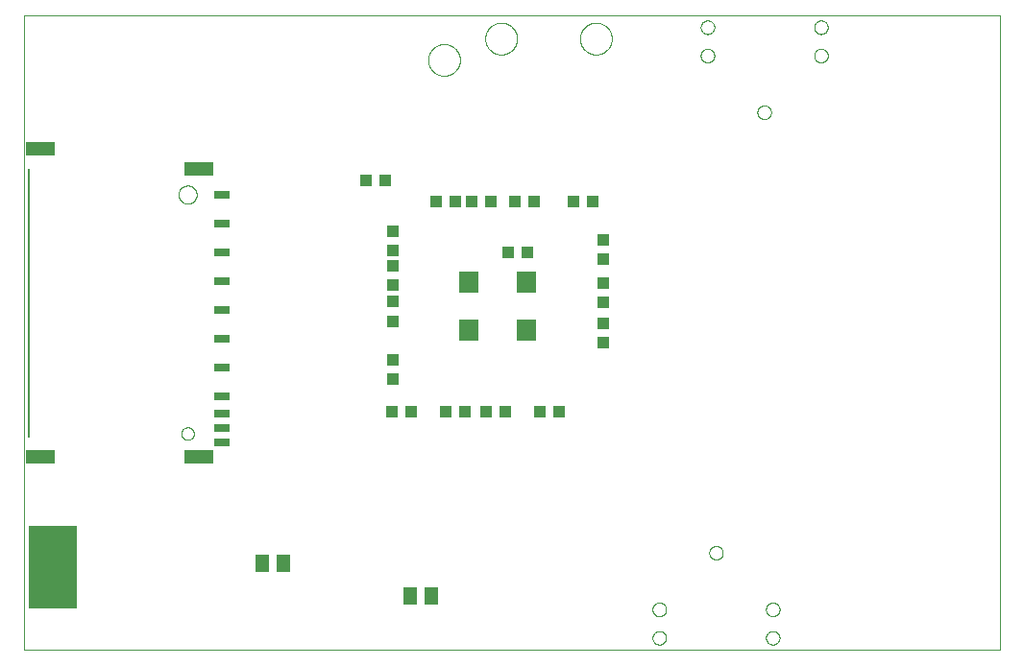
<source format=gbp>
G75*
%MOIN*%
%OFA0B0*%
%FSLAX25Y25*%
%IPPOS*%
%LPD*%
%AMOC8*
5,1,8,0,0,1.08239X$1,22.5*
%
%ADD10C,0.00000*%
%ADD11R,0.04331X0.03937*%
%ADD12R,0.03937X0.04331*%
%ADD13R,0.05118X0.06299*%
%ADD14R,0.07000X0.07800*%
%ADD15R,0.16500X0.29000*%
%ADD16C,0.00500*%
%ADD17R,0.05600X0.02800*%
%ADD18R,0.10000X0.05000*%
D10*
X0004300Y0012866D02*
X0004300Y0233366D01*
X0342800Y0233366D01*
X0342800Y0012866D01*
X0004300Y0012866D01*
X0017300Y0033622D02*
X0017302Y0033681D01*
X0017308Y0033741D01*
X0017318Y0033799D01*
X0017331Y0033857D01*
X0017349Y0033914D01*
X0017370Y0033970D01*
X0017395Y0034024D01*
X0017423Y0034076D01*
X0017455Y0034127D01*
X0017490Y0034175D01*
X0017528Y0034221D01*
X0017569Y0034264D01*
X0017613Y0034304D01*
X0017659Y0034341D01*
X0017708Y0034375D01*
X0017759Y0034406D01*
X0017811Y0034434D01*
X0017866Y0034458D01*
X0017922Y0034478D01*
X0017979Y0034494D01*
X0018037Y0034507D01*
X0018096Y0034516D01*
X0018155Y0034521D01*
X0018215Y0034522D01*
X0018274Y0034519D01*
X0018333Y0034512D01*
X0018392Y0034501D01*
X0018450Y0034487D01*
X0018506Y0034468D01*
X0018562Y0034446D01*
X0018615Y0034421D01*
X0018667Y0034391D01*
X0018717Y0034359D01*
X0018764Y0034323D01*
X0018810Y0034284D01*
X0018852Y0034242D01*
X0018892Y0034198D01*
X0018928Y0034151D01*
X0018961Y0034102D01*
X0018992Y0034050D01*
X0019018Y0033997D01*
X0019041Y0033942D01*
X0019060Y0033886D01*
X0019076Y0033828D01*
X0019088Y0033770D01*
X0019096Y0033711D01*
X0019100Y0033652D01*
X0019100Y0033592D01*
X0019096Y0033533D01*
X0019088Y0033474D01*
X0019076Y0033416D01*
X0019060Y0033358D01*
X0019041Y0033302D01*
X0019018Y0033247D01*
X0018992Y0033194D01*
X0018961Y0033142D01*
X0018928Y0033093D01*
X0018892Y0033046D01*
X0018852Y0033002D01*
X0018810Y0032960D01*
X0018764Y0032921D01*
X0018717Y0032885D01*
X0018667Y0032853D01*
X0018615Y0032823D01*
X0018562Y0032798D01*
X0018506Y0032776D01*
X0018450Y0032757D01*
X0018392Y0032743D01*
X0018333Y0032732D01*
X0018274Y0032725D01*
X0018215Y0032722D01*
X0018155Y0032723D01*
X0018096Y0032728D01*
X0018037Y0032737D01*
X0017979Y0032750D01*
X0017922Y0032766D01*
X0017866Y0032786D01*
X0017811Y0032810D01*
X0017759Y0032838D01*
X0017708Y0032869D01*
X0017659Y0032903D01*
X0017613Y0032940D01*
X0017569Y0032980D01*
X0017528Y0033023D01*
X0017490Y0033069D01*
X0017455Y0033117D01*
X0017423Y0033168D01*
X0017395Y0033220D01*
X0017370Y0033274D01*
X0017349Y0033330D01*
X0017331Y0033387D01*
X0017318Y0033445D01*
X0017308Y0033503D01*
X0017302Y0033563D01*
X0017300Y0033622D01*
X0017300Y0049422D02*
X0017302Y0049481D01*
X0017308Y0049541D01*
X0017318Y0049599D01*
X0017331Y0049657D01*
X0017349Y0049714D01*
X0017370Y0049770D01*
X0017395Y0049824D01*
X0017423Y0049876D01*
X0017455Y0049927D01*
X0017490Y0049975D01*
X0017528Y0050021D01*
X0017569Y0050064D01*
X0017613Y0050104D01*
X0017659Y0050141D01*
X0017708Y0050175D01*
X0017759Y0050206D01*
X0017811Y0050234D01*
X0017866Y0050258D01*
X0017922Y0050278D01*
X0017979Y0050294D01*
X0018037Y0050307D01*
X0018096Y0050316D01*
X0018155Y0050321D01*
X0018215Y0050322D01*
X0018274Y0050319D01*
X0018333Y0050312D01*
X0018392Y0050301D01*
X0018450Y0050287D01*
X0018506Y0050268D01*
X0018562Y0050246D01*
X0018615Y0050221D01*
X0018667Y0050191D01*
X0018717Y0050159D01*
X0018764Y0050123D01*
X0018810Y0050084D01*
X0018852Y0050042D01*
X0018892Y0049998D01*
X0018928Y0049951D01*
X0018961Y0049902D01*
X0018992Y0049850D01*
X0019018Y0049797D01*
X0019041Y0049742D01*
X0019060Y0049686D01*
X0019076Y0049628D01*
X0019088Y0049570D01*
X0019096Y0049511D01*
X0019100Y0049452D01*
X0019100Y0049392D01*
X0019096Y0049333D01*
X0019088Y0049274D01*
X0019076Y0049216D01*
X0019060Y0049158D01*
X0019041Y0049102D01*
X0019018Y0049047D01*
X0018992Y0048994D01*
X0018961Y0048942D01*
X0018928Y0048893D01*
X0018892Y0048846D01*
X0018852Y0048802D01*
X0018810Y0048760D01*
X0018764Y0048721D01*
X0018717Y0048685D01*
X0018667Y0048653D01*
X0018615Y0048623D01*
X0018562Y0048598D01*
X0018506Y0048576D01*
X0018450Y0048557D01*
X0018392Y0048543D01*
X0018333Y0048532D01*
X0018274Y0048525D01*
X0018215Y0048522D01*
X0018155Y0048523D01*
X0018096Y0048528D01*
X0018037Y0048537D01*
X0017979Y0048550D01*
X0017922Y0048566D01*
X0017866Y0048586D01*
X0017811Y0048610D01*
X0017759Y0048638D01*
X0017708Y0048669D01*
X0017659Y0048703D01*
X0017613Y0048740D01*
X0017569Y0048780D01*
X0017528Y0048823D01*
X0017490Y0048869D01*
X0017455Y0048917D01*
X0017423Y0048968D01*
X0017395Y0049020D01*
X0017370Y0049074D01*
X0017349Y0049130D01*
X0017331Y0049187D01*
X0017318Y0049245D01*
X0017308Y0049303D01*
X0017302Y0049363D01*
X0017300Y0049422D01*
X0058760Y0088084D02*
X0058762Y0088177D01*
X0058768Y0088269D01*
X0058778Y0088361D01*
X0058792Y0088452D01*
X0058809Y0088543D01*
X0058831Y0088633D01*
X0058856Y0088722D01*
X0058885Y0088810D01*
X0058918Y0088896D01*
X0058955Y0088981D01*
X0058995Y0089065D01*
X0059039Y0089146D01*
X0059086Y0089226D01*
X0059136Y0089304D01*
X0059190Y0089379D01*
X0059247Y0089452D01*
X0059307Y0089522D01*
X0059370Y0089590D01*
X0059436Y0089655D01*
X0059504Y0089717D01*
X0059575Y0089777D01*
X0059649Y0089833D01*
X0059725Y0089886D01*
X0059803Y0089935D01*
X0059883Y0089982D01*
X0059965Y0090024D01*
X0060049Y0090064D01*
X0060134Y0090099D01*
X0060221Y0090131D01*
X0060309Y0090160D01*
X0060398Y0090184D01*
X0060488Y0090205D01*
X0060579Y0090221D01*
X0060671Y0090234D01*
X0060763Y0090243D01*
X0060856Y0090248D01*
X0060948Y0090249D01*
X0061041Y0090246D01*
X0061133Y0090239D01*
X0061225Y0090228D01*
X0061316Y0090213D01*
X0061407Y0090195D01*
X0061497Y0090172D01*
X0061585Y0090146D01*
X0061673Y0090116D01*
X0061759Y0090082D01*
X0061843Y0090045D01*
X0061926Y0090003D01*
X0062007Y0089959D01*
X0062087Y0089911D01*
X0062164Y0089860D01*
X0062238Y0089805D01*
X0062311Y0089747D01*
X0062381Y0089687D01*
X0062448Y0089623D01*
X0062512Y0089557D01*
X0062574Y0089487D01*
X0062632Y0089416D01*
X0062687Y0089342D01*
X0062739Y0089265D01*
X0062788Y0089186D01*
X0062834Y0089106D01*
X0062876Y0089023D01*
X0062914Y0088939D01*
X0062949Y0088853D01*
X0062980Y0088766D01*
X0063007Y0088678D01*
X0063030Y0088588D01*
X0063050Y0088498D01*
X0063066Y0088407D01*
X0063078Y0088315D01*
X0063086Y0088223D01*
X0063090Y0088130D01*
X0063090Y0088038D01*
X0063086Y0087945D01*
X0063078Y0087853D01*
X0063066Y0087761D01*
X0063050Y0087670D01*
X0063030Y0087580D01*
X0063007Y0087490D01*
X0062980Y0087402D01*
X0062949Y0087315D01*
X0062914Y0087229D01*
X0062876Y0087145D01*
X0062834Y0087062D01*
X0062788Y0086982D01*
X0062739Y0086903D01*
X0062687Y0086826D01*
X0062632Y0086752D01*
X0062574Y0086681D01*
X0062512Y0086611D01*
X0062448Y0086545D01*
X0062381Y0086481D01*
X0062311Y0086421D01*
X0062238Y0086363D01*
X0062164Y0086308D01*
X0062087Y0086257D01*
X0062008Y0086209D01*
X0061926Y0086165D01*
X0061843Y0086123D01*
X0061759Y0086086D01*
X0061673Y0086052D01*
X0061585Y0086022D01*
X0061497Y0085996D01*
X0061407Y0085973D01*
X0061316Y0085955D01*
X0061225Y0085940D01*
X0061133Y0085929D01*
X0061041Y0085922D01*
X0060948Y0085919D01*
X0060856Y0085920D01*
X0060763Y0085925D01*
X0060671Y0085934D01*
X0060579Y0085947D01*
X0060488Y0085963D01*
X0060398Y0085984D01*
X0060309Y0086008D01*
X0060221Y0086037D01*
X0060134Y0086069D01*
X0060049Y0086104D01*
X0059965Y0086144D01*
X0059883Y0086186D01*
X0059803Y0086233D01*
X0059725Y0086282D01*
X0059649Y0086335D01*
X0059575Y0086391D01*
X0059504Y0086451D01*
X0059436Y0086513D01*
X0059370Y0086578D01*
X0059307Y0086646D01*
X0059247Y0086716D01*
X0059190Y0086789D01*
X0059136Y0086864D01*
X0059086Y0086942D01*
X0059039Y0087022D01*
X0058995Y0087103D01*
X0058955Y0087187D01*
X0058918Y0087272D01*
X0058885Y0087358D01*
X0058856Y0087446D01*
X0058831Y0087535D01*
X0058809Y0087625D01*
X0058792Y0087716D01*
X0058778Y0087807D01*
X0058768Y0087899D01*
X0058762Y0087991D01*
X0058760Y0088084D01*
X0057775Y0171084D02*
X0057777Y0171196D01*
X0057783Y0171307D01*
X0057793Y0171419D01*
X0057807Y0171530D01*
X0057824Y0171640D01*
X0057846Y0171750D01*
X0057872Y0171859D01*
X0057901Y0171967D01*
X0057934Y0172073D01*
X0057971Y0172179D01*
X0058012Y0172283D01*
X0058057Y0172386D01*
X0058105Y0172487D01*
X0058156Y0172586D01*
X0058211Y0172683D01*
X0058270Y0172778D01*
X0058331Y0172872D01*
X0058396Y0172963D01*
X0058465Y0173051D01*
X0058536Y0173137D01*
X0058610Y0173221D01*
X0058688Y0173301D01*
X0058768Y0173379D01*
X0058851Y0173455D01*
X0058936Y0173527D01*
X0059024Y0173596D01*
X0059114Y0173662D01*
X0059207Y0173724D01*
X0059302Y0173784D01*
X0059399Y0173840D01*
X0059497Y0173892D01*
X0059598Y0173941D01*
X0059700Y0173986D01*
X0059804Y0174028D01*
X0059909Y0174066D01*
X0060016Y0174100D01*
X0060123Y0174130D01*
X0060232Y0174157D01*
X0060341Y0174179D01*
X0060452Y0174198D01*
X0060562Y0174213D01*
X0060674Y0174224D01*
X0060785Y0174231D01*
X0060897Y0174234D01*
X0061009Y0174233D01*
X0061121Y0174228D01*
X0061232Y0174219D01*
X0061343Y0174206D01*
X0061454Y0174189D01*
X0061564Y0174169D01*
X0061673Y0174144D01*
X0061781Y0174116D01*
X0061888Y0174083D01*
X0061994Y0174047D01*
X0062098Y0174007D01*
X0062201Y0173964D01*
X0062303Y0173917D01*
X0062402Y0173866D01*
X0062500Y0173812D01*
X0062596Y0173754D01*
X0062690Y0173693D01*
X0062781Y0173629D01*
X0062870Y0173562D01*
X0062957Y0173491D01*
X0063041Y0173417D01*
X0063123Y0173341D01*
X0063201Y0173261D01*
X0063277Y0173179D01*
X0063350Y0173094D01*
X0063420Y0173007D01*
X0063486Y0172917D01*
X0063550Y0172825D01*
X0063610Y0172731D01*
X0063667Y0172635D01*
X0063720Y0172536D01*
X0063770Y0172436D01*
X0063816Y0172335D01*
X0063859Y0172231D01*
X0063898Y0172126D01*
X0063933Y0172020D01*
X0063964Y0171913D01*
X0063992Y0171804D01*
X0064015Y0171695D01*
X0064035Y0171585D01*
X0064051Y0171474D01*
X0064063Y0171363D01*
X0064071Y0171252D01*
X0064075Y0171140D01*
X0064075Y0171028D01*
X0064071Y0170916D01*
X0064063Y0170805D01*
X0064051Y0170694D01*
X0064035Y0170583D01*
X0064015Y0170473D01*
X0063992Y0170364D01*
X0063964Y0170255D01*
X0063933Y0170148D01*
X0063898Y0170042D01*
X0063859Y0169937D01*
X0063816Y0169833D01*
X0063770Y0169732D01*
X0063720Y0169632D01*
X0063667Y0169533D01*
X0063610Y0169437D01*
X0063550Y0169343D01*
X0063486Y0169251D01*
X0063420Y0169161D01*
X0063350Y0169074D01*
X0063277Y0168989D01*
X0063201Y0168907D01*
X0063123Y0168827D01*
X0063041Y0168751D01*
X0062957Y0168677D01*
X0062870Y0168606D01*
X0062781Y0168539D01*
X0062690Y0168475D01*
X0062596Y0168414D01*
X0062500Y0168356D01*
X0062402Y0168302D01*
X0062303Y0168251D01*
X0062201Y0168204D01*
X0062098Y0168161D01*
X0061994Y0168121D01*
X0061888Y0168085D01*
X0061781Y0168052D01*
X0061673Y0168024D01*
X0061564Y0167999D01*
X0061454Y0167979D01*
X0061343Y0167962D01*
X0061232Y0167949D01*
X0061121Y0167940D01*
X0061009Y0167935D01*
X0060897Y0167934D01*
X0060785Y0167937D01*
X0060674Y0167944D01*
X0060562Y0167955D01*
X0060452Y0167970D01*
X0060341Y0167989D01*
X0060232Y0168011D01*
X0060123Y0168038D01*
X0060016Y0168068D01*
X0059909Y0168102D01*
X0059804Y0168140D01*
X0059700Y0168182D01*
X0059598Y0168227D01*
X0059497Y0168276D01*
X0059399Y0168328D01*
X0059302Y0168384D01*
X0059207Y0168444D01*
X0059114Y0168506D01*
X0059024Y0168572D01*
X0058936Y0168641D01*
X0058851Y0168713D01*
X0058768Y0168789D01*
X0058688Y0168867D01*
X0058610Y0168947D01*
X0058536Y0169031D01*
X0058465Y0169117D01*
X0058396Y0169205D01*
X0058331Y0169296D01*
X0058270Y0169390D01*
X0058211Y0169485D01*
X0058156Y0169582D01*
X0058105Y0169681D01*
X0058057Y0169782D01*
X0058012Y0169885D01*
X0057971Y0169989D01*
X0057934Y0170095D01*
X0057901Y0170201D01*
X0057872Y0170309D01*
X0057846Y0170418D01*
X0057824Y0170528D01*
X0057807Y0170638D01*
X0057793Y0170749D01*
X0057783Y0170861D01*
X0057777Y0170972D01*
X0057775Y0171084D01*
X0144413Y0217866D02*
X0144415Y0218014D01*
X0144421Y0218162D01*
X0144431Y0218310D01*
X0144445Y0218457D01*
X0144463Y0218604D01*
X0144484Y0218750D01*
X0144510Y0218896D01*
X0144540Y0219041D01*
X0144573Y0219185D01*
X0144611Y0219328D01*
X0144652Y0219470D01*
X0144697Y0219611D01*
X0144745Y0219751D01*
X0144798Y0219890D01*
X0144854Y0220027D01*
X0144914Y0220162D01*
X0144977Y0220296D01*
X0145044Y0220428D01*
X0145115Y0220558D01*
X0145189Y0220686D01*
X0145266Y0220812D01*
X0145347Y0220936D01*
X0145431Y0221058D01*
X0145518Y0221177D01*
X0145609Y0221294D01*
X0145703Y0221409D01*
X0145799Y0221521D01*
X0145899Y0221631D01*
X0146001Y0221737D01*
X0146107Y0221841D01*
X0146215Y0221942D01*
X0146326Y0222040D01*
X0146439Y0222136D01*
X0146555Y0222228D01*
X0146673Y0222317D01*
X0146794Y0222402D01*
X0146917Y0222485D01*
X0147042Y0222564D01*
X0147169Y0222640D01*
X0147298Y0222712D01*
X0147429Y0222781D01*
X0147562Y0222846D01*
X0147697Y0222907D01*
X0147833Y0222965D01*
X0147970Y0223020D01*
X0148109Y0223070D01*
X0148250Y0223117D01*
X0148391Y0223160D01*
X0148534Y0223200D01*
X0148678Y0223235D01*
X0148822Y0223267D01*
X0148968Y0223294D01*
X0149114Y0223318D01*
X0149261Y0223338D01*
X0149408Y0223354D01*
X0149555Y0223366D01*
X0149703Y0223374D01*
X0149851Y0223378D01*
X0149999Y0223378D01*
X0150147Y0223374D01*
X0150295Y0223366D01*
X0150442Y0223354D01*
X0150589Y0223338D01*
X0150736Y0223318D01*
X0150882Y0223294D01*
X0151028Y0223267D01*
X0151172Y0223235D01*
X0151316Y0223200D01*
X0151459Y0223160D01*
X0151600Y0223117D01*
X0151741Y0223070D01*
X0151880Y0223020D01*
X0152017Y0222965D01*
X0152153Y0222907D01*
X0152288Y0222846D01*
X0152421Y0222781D01*
X0152552Y0222712D01*
X0152681Y0222640D01*
X0152808Y0222564D01*
X0152933Y0222485D01*
X0153056Y0222402D01*
X0153177Y0222317D01*
X0153295Y0222228D01*
X0153411Y0222136D01*
X0153524Y0222040D01*
X0153635Y0221942D01*
X0153743Y0221841D01*
X0153849Y0221737D01*
X0153951Y0221631D01*
X0154051Y0221521D01*
X0154147Y0221409D01*
X0154241Y0221294D01*
X0154332Y0221177D01*
X0154419Y0221058D01*
X0154503Y0220936D01*
X0154584Y0220812D01*
X0154661Y0220686D01*
X0154735Y0220558D01*
X0154806Y0220428D01*
X0154873Y0220296D01*
X0154936Y0220162D01*
X0154996Y0220027D01*
X0155052Y0219890D01*
X0155105Y0219751D01*
X0155153Y0219611D01*
X0155198Y0219470D01*
X0155239Y0219328D01*
X0155277Y0219185D01*
X0155310Y0219041D01*
X0155340Y0218896D01*
X0155366Y0218750D01*
X0155387Y0218604D01*
X0155405Y0218457D01*
X0155419Y0218310D01*
X0155429Y0218162D01*
X0155435Y0218014D01*
X0155437Y0217866D01*
X0155435Y0217718D01*
X0155429Y0217570D01*
X0155419Y0217422D01*
X0155405Y0217275D01*
X0155387Y0217128D01*
X0155366Y0216982D01*
X0155340Y0216836D01*
X0155310Y0216691D01*
X0155277Y0216547D01*
X0155239Y0216404D01*
X0155198Y0216262D01*
X0155153Y0216121D01*
X0155105Y0215981D01*
X0155052Y0215842D01*
X0154996Y0215705D01*
X0154936Y0215570D01*
X0154873Y0215436D01*
X0154806Y0215304D01*
X0154735Y0215174D01*
X0154661Y0215046D01*
X0154584Y0214920D01*
X0154503Y0214796D01*
X0154419Y0214674D01*
X0154332Y0214555D01*
X0154241Y0214438D01*
X0154147Y0214323D01*
X0154051Y0214211D01*
X0153951Y0214101D01*
X0153849Y0213995D01*
X0153743Y0213891D01*
X0153635Y0213790D01*
X0153524Y0213692D01*
X0153411Y0213596D01*
X0153295Y0213504D01*
X0153177Y0213415D01*
X0153056Y0213330D01*
X0152933Y0213247D01*
X0152808Y0213168D01*
X0152681Y0213092D01*
X0152552Y0213020D01*
X0152421Y0212951D01*
X0152288Y0212886D01*
X0152153Y0212825D01*
X0152017Y0212767D01*
X0151880Y0212712D01*
X0151741Y0212662D01*
X0151600Y0212615D01*
X0151459Y0212572D01*
X0151316Y0212532D01*
X0151172Y0212497D01*
X0151028Y0212465D01*
X0150882Y0212438D01*
X0150736Y0212414D01*
X0150589Y0212394D01*
X0150442Y0212378D01*
X0150295Y0212366D01*
X0150147Y0212358D01*
X0149999Y0212354D01*
X0149851Y0212354D01*
X0149703Y0212358D01*
X0149555Y0212366D01*
X0149408Y0212378D01*
X0149261Y0212394D01*
X0149114Y0212414D01*
X0148968Y0212438D01*
X0148822Y0212465D01*
X0148678Y0212497D01*
X0148534Y0212532D01*
X0148391Y0212572D01*
X0148250Y0212615D01*
X0148109Y0212662D01*
X0147970Y0212712D01*
X0147833Y0212767D01*
X0147697Y0212825D01*
X0147562Y0212886D01*
X0147429Y0212951D01*
X0147298Y0213020D01*
X0147169Y0213092D01*
X0147042Y0213168D01*
X0146917Y0213247D01*
X0146794Y0213330D01*
X0146673Y0213415D01*
X0146555Y0213504D01*
X0146439Y0213596D01*
X0146326Y0213692D01*
X0146215Y0213790D01*
X0146107Y0213891D01*
X0146001Y0213995D01*
X0145899Y0214101D01*
X0145799Y0214211D01*
X0145703Y0214323D01*
X0145609Y0214438D01*
X0145518Y0214555D01*
X0145431Y0214674D01*
X0145347Y0214796D01*
X0145266Y0214920D01*
X0145189Y0215046D01*
X0145115Y0215174D01*
X0145044Y0215304D01*
X0144977Y0215436D01*
X0144914Y0215570D01*
X0144854Y0215705D01*
X0144798Y0215842D01*
X0144745Y0215981D01*
X0144697Y0216121D01*
X0144652Y0216262D01*
X0144611Y0216404D01*
X0144573Y0216547D01*
X0144540Y0216691D01*
X0144510Y0216836D01*
X0144484Y0216982D01*
X0144463Y0217128D01*
X0144445Y0217275D01*
X0144431Y0217422D01*
X0144421Y0217570D01*
X0144415Y0217718D01*
X0144413Y0217866D01*
X0164226Y0225267D02*
X0164228Y0225415D01*
X0164234Y0225563D01*
X0164244Y0225711D01*
X0164258Y0225858D01*
X0164276Y0226005D01*
X0164297Y0226151D01*
X0164323Y0226297D01*
X0164353Y0226442D01*
X0164386Y0226586D01*
X0164424Y0226729D01*
X0164465Y0226871D01*
X0164510Y0227012D01*
X0164558Y0227152D01*
X0164611Y0227291D01*
X0164667Y0227428D01*
X0164727Y0227563D01*
X0164790Y0227697D01*
X0164857Y0227829D01*
X0164928Y0227959D01*
X0165002Y0228087D01*
X0165079Y0228213D01*
X0165160Y0228337D01*
X0165244Y0228459D01*
X0165331Y0228578D01*
X0165422Y0228695D01*
X0165516Y0228810D01*
X0165612Y0228922D01*
X0165712Y0229032D01*
X0165814Y0229138D01*
X0165920Y0229242D01*
X0166028Y0229343D01*
X0166139Y0229441D01*
X0166252Y0229537D01*
X0166368Y0229629D01*
X0166486Y0229718D01*
X0166607Y0229803D01*
X0166730Y0229886D01*
X0166855Y0229965D01*
X0166982Y0230041D01*
X0167111Y0230113D01*
X0167242Y0230182D01*
X0167375Y0230247D01*
X0167510Y0230308D01*
X0167646Y0230366D01*
X0167783Y0230421D01*
X0167922Y0230471D01*
X0168063Y0230518D01*
X0168204Y0230561D01*
X0168347Y0230601D01*
X0168491Y0230636D01*
X0168635Y0230668D01*
X0168781Y0230695D01*
X0168927Y0230719D01*
X0169074Y0230739D01*
X0169221Y0230755D01*
X0169368Y0230767D01*
X0169516Y0230775D01*
X0169664Y0230779D01*
X0169812Y0230779D01*
X0169960Y0230775D01*
X0170108Y0230767D01*
X0170255Y0230755D01*
X0170402Y0230739D01*
X0170549Y0230719D01*
X0170695Y0230695D01*
X0170841Y0230668D01*
X0170985Y0230636D01*
X0171129Y0230601D01*
X0171272Y0230561D01*
X0171413Y0230518D01*
X0171554Y0230471D01*
X0171693Y0230421D01*
X0171830Y0230366D01*
X0171966Y0230308D01*
X0172101Y0230247D01*
X0172234Y0230182D01*
X0172365Y0230113D01*
X0172494Y0230041D01*
X0172621Y0229965D01*
X0172746Y0229886D01*
X0172869Y0229803D01*
X0172990Y0229718D01*
X0173108Y0229629D01*
X0173224Y0229537D01*
X0173337Y0229441D01*
X0173448Y0229343D01*
X0173556Y0229242D01*
X0173662Y0229138D01*
X0173764Y0229032D01*
X0173864Y0228922D01*
X0173960Y0228810D01*
X0174054Y0228695D01*
X0174145Y0228578D01*
X0174232Y0228459D01*
X0174316Y0228337D01*
X0174397Y0228213D01*
X0174474Y0228087D01*
X0174548Y0227959D01*
X0174619Y0227829D01*
X0174686Y0227697D01*
X0174749Y0227563D01*
X0174809Y0227428D01*
X0174865Y0227291D01*
X0174918Y0227152D01*
X0174966Y0227012D01*
X0175011Y0226871D01*
X0175052Y0226729D01*
X0175090Y0226586D01*
X0175123Y0226442D01*
X0175153Y0226297D01*
X0175179Y0226151D01*
X0175200Y0226005D01*
X0175218Y0225858D01*
X0175232Y0225711D01*
X0175242Y0225563D01*
X0175248Y0225415D01*
X0175250Y0225267D01*
X0175248Y0225119D01*
X0175242Y0224971D01*
X0175232Y0224823D01*
X0175218Y0224676D01*
X0175200Y0224529D01*
X0175179Y0224383D01*
X0175153Y0224237D01*
X0175123Y0224092D01*
X0175090Y0223948D01*
X0175052Y0223805D01*
X0175011Y0223663D01*
X0174966Y0223522D01*
X0174918Y0223382D01*
X0174865Y0223243D01*
X0174809Y0223106D01*
X0174749Y0222971D01*
X0174686Y0222837D01*
X0174619Y0222705D01*
X0174548Y0222575D01*
X0174474Y0222447D01*
X0174397Y0222321D01*
X0174316Y0222197D01*
X0174232Y0222075D01*
X0174145Y0221956D01*
X0174054Y0221839D01*
X0173960Y0221724D01*
X0173864Y0221612D01*
X0173764Y0221502D01*
X0173662Y0221396D01*
X0173556Y0221292D01*
X0173448Y0221191D01*
X0173337Y0221093D01*
X0173224Y0220997D01*
X0173108Y0220905D01*
X0172990Y0220816D01*
X0172869Y0220731D01*
X0172746Y0220648D01*
X0172621Y0220569D01*
X0172494Y0220493D01*
X0172365Y0220421D01*
X0172234Y0220352D01*
X0172101Y0220287D01*
X0171966Y0220226D01*
X0171830Y0220168D01*
X0171693Y0220113D01*
X0171554Y0220063D01*
X0171413Y0220016D01*
X0171272Y0219973D01*
X0171129Y0219933D01*
X0170985Y0219898D01*
X0170841Y0219866D01*
X0170695Y0219839D01*
X0170549Y0219815D01*
X0170402Y0219795D01*
X0170255Y0219779D01*
X0170108Y0219767D01*
X0169960Y0219759D01*
X0169812Y0219755D01*
X0169664Y0219755D01*
X0169516Y0219759D01*
X0169368Y0219767D01*
X0169221Y0219779D01*
X0169074Y0219795D01*
X0168927Y0219815D01*
X0168781Y0219839D01*
X0168635Y0219866D01*
X0168491Y0219898D01*
X0168347Y0219933D01*
X0168204Y0219973D01*
X0168063Y0220016D01*
X0167922Y0220063D01*
X0167783Y0220113D01*
X0167646Y0220168D01*
X0167510Y0220226D01*
X0167375Y0220287D01*
X0167242Y0220352D01*
X0167111Y0220421D01*
X0166982Y0220493D01*
X0166855Y0220569D01*
X0166730Y0220648D01*
X0166607Y0220731D01*
X0166486Y0220816D01*
X0166368Y0220905D01*
X0166252Y0220997D01*
X0166139Y0221093D01*
X0166028Y0221191D01*
X0165920Y0221292D01*
X0165814Y0221396D01*
X0165712Y0221502D01*
X0165612Y0221612D01*
X0165516Y0221724D01*
X0165422Y0221839D01*
X0165331Y0221956D01*
X0165244Y0222075D01*
X0165160Y0222197D01*
X0165079Y0222321D01*
X0165002Y0222447D01*
X0164928Y0222575D01*
X0164857Y0222705D01*
X0164790Y0222837D01*
X0164727Y0222971D01*
X0164667Y0223106D01*
X0164611Y0223243D01*
X0164558Y0223382D01*
X0164510Y0223522D01*
X0164465Y0223663D01*
X0164424Y0223805D01*
X0164386Y0223948D01*
X0164353Y0224092D01*
X0164323Y0224237D01*
X0164297Y0224383D01*
X0164276Y0224529D01*
X0164258Y0224676D01*
X0164244Y0224823D01*
X0164234Y0224971D01*
X0164228Y0225119D01*
X0164226Y0225267D01*
X0197100Y0225267D02*
X0197102Y0225415D01*
X0197108Y0225563D01*
X0197118Y0225711D01*
X0197132Y0225858D01*
X0197150Y0226005D01*
X0197171Y0226151D01*
X0197197Y0226297D01*
X0197227Y0226442D01*
X0197260Y0226586D01*
X0197298Y0226729D01*
X0197339Y0226871D01*
X0197384Y0227012D01*
X0197432Y0227152D01*
X0197485Y0227291D01*
X0197541Y0227428D01*
X0197601Y0227563D01*
X0197664Y0227697D01*
X0197731Y0227829D01*
X0197802Y0227959D01*
X0197876Y0228087D01*
X0197953Y0228213D01*
X0198034Y0228337D01*
X0198118Y0228459D01*
X0198205Y0228578D01*
X0198296Y0228695D01*
X0198390Y0228810D01*
X0198486Y0228922D01*
X0198586Y0229032D01*
X0198688Y0229138D01*
X0198794Y0229242D01*
X0198902Y0229343D01*
X0199013Y0229441D01*
X0199126Y0229537D01*
X0199242Y0229629D01*
X0199360Y0229718D01*
X0199481Y0229803D01*
X0199604Y0229886D01*
X0199729Y0229965D01*
X0199856Y0230041D01*
X0199985Y0230113D01*
X0200116Y0230182D01*
X0200249Y0230247D01*
X0200384Y0230308D01*
X0200520Y0230366D01*
X0200657Y0230421D01*
X0200796Y0230471D01*
X0200937Y0230518D01*
X0201078Y0230561D01*
X0201221Y0230601D01*
X0201365Y0230636D01*
X0201509Y0230668D01*
X0201655Y0230695D01*
X0201801Y0230719D01*
X0201948Y0230739D01*
X0202095Y0230755D01*
X0202242Y0230767D01*
X0202390Y0230775D01*
X0202538Y0230779D01*
X0202686Y0230779D01*
X0202834Y0230775D01*
X0202982Y0230767D01*
X0203129Y0230755D01*
X0203276Y0230739D01*
X0203423Y0230719D01*
X0203569Y0230695D01*
X0203715Y0230668D01*
X0203859Y0230636D01*
X0204003Y0230601D01*
X0204146Y0230561D01*
X0204287Y0230518D01*
X0204428Y0230471D01*
X0204567Y0230421D01*
X0204704Y0230366D01*
X0204840Y0230308D01*
X0204975Y0230247D01*
X0205108Y0230182D01*
X0205239Y0230113D01*
X0205368Y0230041D01*
X0205495Y0229965D01*
X0205620Y0229886D01*
X0205743Y0229803D01*
X0205864Y0229718D01*
X0205982Y0229629D01*
X0206098Y0229537D01*
X0206211Y0229441D01*
X0206322Y0229343D01*
X0206430Y0229242D01*
X0206536Y0229138D01*
X0206638Y0229032D01*
X0206738Y0228922D01*
X0206834Y0228810D01*
X0206928Y0228695D01*
X0207019Y0228578D01*
X0207106Y0228459D01*
X0207190Y0228337D01*
X0207271Y0228213D01*
X0207348Y0228087D01*
X0207422Y0227959D01*
X0207493Y0227829D01*
X0207560Y0227697D01*
X0207623Y0227563D01*
X0207683Y0227428D01*
X0207739Y0227291D01*
X0207792Y0227152D01*
X0207840Y0227012D01*
X0207885Y0226871D01*
X0207926Y0226729D01*
X0207964Y0226586D01*
X0207997Y0226442D01*
X0208027Y0226297D01*
X0208053Y0226151D01*
X0208074Y0226005D01*
X0208092Y0225858D01*
X0208106Y0225711D01*
X0208116Y0225563D01*
X0208122Y0225415D01*
X0208124Y0225267D01*
X0208122Y0225119D01*
X0208116Y0224971D01*
X0208106Y0224823D01*
X0208092Y0224676D01*
X0208074Y0224529D01*
X0208053Y0224383D01*
X0208027Y0224237D01*
X0207997Y0224092D01*
X0207964Y0223948D01*
X0207926Y0223805D01*
X0207885Y0223663D01*
X0207840Y0223522D01*
X0207792Y0223382D01*
X0207739Y0223243D01*
X0207683Y0223106D01*
X0207623Y0222971D01*
X0207560Y0222837D01*
X0207493Y0222705D01*
X0207422Y0222575D01*
X0207348Y0222447D01*
X0207271Y0222321D01*
X0207190Y0222197D01*
X0207106Y0222075D01*
X0207019Y0221956D01*
X0206928Y0221839D01*
X0206834Y0221724D01*
X0206738Y0221612D01*
X0206638Y0221502D01*
X0206536Y0221396D01*
X0206430Y0221292D01*
X0206322Y0221191D01*
X0206211Y0221093D01*
X0206098Y0220997D01*
X0205982Y0220905D01*
X0205864Y0220816D01*
X0205743Y0220731D01*
X0205620Y0220648D01*
X0205495Y0220569D01*
X0205368Y0220493D01*
X0205239Y0220421D01*
X0205108Y0220352D01*
X0204975Y0220287D01*
X0204840Y0220226D01*
X0204704Y0220168D01*
X0204567Y0220113D01*
X0204428Y0220063D01*
X0204287Y0220016D01*
X0204146Y0219973D01*
X0204003Y0219933D01*
X0203859Y0219898D01*
X0203715Y0219866D01*
X0203569Y0219839D01*
X0203423Y0219815D01*
X0203276Y0219795D01*
X0203129Y0219779D01*
X0202982Y0219767D01*
X0202834Y0219759D01*
X0202686Y0219755D01*
X0202538Y0219755D01*
X0202390Y0219759D01*
X0202242Y0219767D01*
X0202095Y0219779D01*
X0201948Y0219795D01*
X0201801Y0219815D01*
X0201655Y0219839D01*
X0201509Y0219866D01*
X0201365Y0219898D01*
X0201221Y0219933D01*
X0201078Y0219973D01*
X0200937Y0220016D01*
X0200796Y0220063D01*
X0200657Y0220113D01*
X0200520Y0220168D01*
X0200384Y0220226D01*
X0200249Y0220287D01*
X0200116Y0220352D01*
X0199985Y0220421D01*
X0199856Y0220493D01*
X0199729Y0220569D01*
X0199604Y0220648D01*
X0199481Y0220731D01*
X0199360Y0220816D01*
X0199242Y0220905D01*
X0199126Y0220997D01*
X0199013Y0221093D01*
X0198902Y0221191D01*
X0198794Y0221292D01*
X0198688Y0221396D01*
X0198586Y0221502D01*
X0198486Y0221612D01*
X0198390Y0221724D01*
X0198296Y0221839D01*
X0198205Y0221956D01*
X0198118Y0222075D01*
X0198034Y0222197D01*
X0197953Y0222321D01*
X0197876Y0222447D01*
X0197802Y0222575D01*
X0197731Y0222705D01*
X0197664Y0222837D01*
X0197601Y0222971D01*
X0197541Y0223106D01*
X0197485Y0223243D01*
X0197432Y0223382D01*
X0197384Y0223522D01*
X0197339Y0223663D01*
X0197298Y0223805D01*
X0197260Y0223948D01*
X0197227Y0224092D01*
X0197197Y0224237D01*
X0197171Y0224383D01*
X0197150Y0224529D01*
X0197132Y0224676D01*
X0197118Y0224823D01*
X0197108Y0224971D01*
X0197102Y0225119D01*
X0197100Y0225267D01*
X0238972Y0229208D02*
X0238974Y0229305D01*
X0238980Y0229402D01*
X0238990Y0229498D01*
X0239004Y0229594D01*
X0239022Y0229690D01*
X0239043Y0229784D01*
X0239069Y0229878D01*
X0239098Y0229970D01*
X0239132Y0230061D01*
X0239168Y0230151D01*
X0239209Y0230239D01*
X0239253Y0230325D01*
X0239301Y0230410D01*
X0239352Y0230492D01*
X0239406Y0230573D01*
X0239464Y0230651D01*
X0239525Y0230726D01*
X0239588Y0230799D01*
X0239655Y0230870D01*
X0239725Y0230937D01*
X0239797Y0231002D01*
X0239872Y0231063D01*
X0239950Y0231122D01*
X0240029Y0231177D01*
X0240111Y0231229D01*
X0240195Y0231277D01*
X0240281Y0231322D01*
X0240369Y0231364D01*
X0240458Y0231402D01*
X0240549Y0231436D01*
X0240641Y0231466D01*
X0240734Y0231493D01*
X0240829Y0231515D01*
X0240924Y0231534D01*
X0241020Y0231549D01*
X0241116Y0231560D01*
X0241213Y0231567D01*
X0241310Y0231570D01*
X0241407Y0231569D01*
X0241504Y0231564D01*
X0241600Y0231555D01*
X0241696Y0231542D01*
X0241792Y0231525D01*
X0241887Y0231504D01*
X0241980Y0231480D01*
X0242073Y0231451D01*
X0242165Y0231419D01*
X0242255Y0231383D01*
X0242343Y0231344D01*
X0242430Y0231300D01*
X0242515Y0231254D01*
X0242598Y0231203D01*
X0242679Y0231150D01*
X0242757Y0231093D01*
X0242834Y0231033D01*
X0242907Y0230970D01*
X0242978Y0230904D01*
X0243046Y0230835D01*
X0243112Y0230763D01*
X0243174Y0230689D01*
X0243233Y0230612D01*
X0243289Y0230533D01*
X0243342Y0230451D01*
X0243392Y0230368D01*
X0243437Y0230282D01*
X0243480Y0230195D01*
X0243519Y0230106D01*
X0243554Y0230016D01*
X0243585Y0229924D01*
X0243612Y0229831D01*
X0243636Y0229737D01*
X0243656Y0229642D01*
X0243672Y0229546D01*
X0243684Y0229450D01*
X0243692Y0229353D01*
X0243696Y0229256D01*
X0243696Y0229160D01*
X0243692Y0229063D01*
X0243684Y0228966D01*
X0243672Y0228870D01*
X0243656Y0228774D01*
X0243636Y0228679D01*
X0243612Y0228585D01*
X0243585Y0228492D01*
X0243554Y0228400D01*
X0243519Y0228310D01*
X0243480Y0228221D01*
X0243437Y0228134D01*
X0243392Y0228048D01*
X0243342Y0227965D01*
X0243289Y0227883D01*
X0243233Y0227804D01*
X0243174Y0227727D01*
X0243112Y0227653D01*
X0243046Y0227581D01*
X0242978Y0227512D01*
X0242907Y0227446D01*
X0242834Y0227383D01*
X0242757Y0227323D01*
X0242679Y0227266D01*
X0242598Y0227213D01*
X0242515Y0227162D01*
X0242430Y0227116D01*
X0242343Y0227072D01*
X0242255Y0227033D01*
X0242165Y0226997D01*
X0242073Y0226965D01*
X0241980Y0226936D01*
X0241887Y0226912D01*
X0241792Y0226891D01*
X0241696Y0226874D01*
X0241600Y0226861D01*
X0241504Y0226852D01*
X0241407Y0226847D01*
X0241310Y0226846D01*
X0241213Y0226849D01*
X0241116Y0226856D01*
X0241020Y0226867D01*
X0240924Y0226882D01*
X0240829Y0226901D01*
X0240734Y0226923D01*
X0240641Y0226950D01*
X0240549Y0226980D01*
X0240458Y0227014D01*
X0240369Y0227052D01*
X0240281Y0227094D01*
X0240195Y0227139D01*
X0240111Y0227187D01*
X0240029Y0227239D01*
X0239950Y0227294D01*
X0239872Y0227353D01*
X0239797Y0227414D01*
X0239725Y0227479D01*
X0239655Y0227546D01*
X0239588Y0227617D01*
X0239525Y0227690D01*
X0239464Y0227765D01*
X0239406Y0227843D01*
X0239352Y0227924D01*
X0239301Y0228006D01*
X0239253Y0228091D01*
X0239209Y0228177D01*
X0239168Y0228265D01*
X0239132Y0228355D01*
X0239098Y0228446D01*
X0239069Y0228538D01*
X0239043Y0228632D01*
X0239022Y0228726D01*
X0239004Y0228822D01*
X0238990Y0228918D01*
X0238980Y0229014D01*
X0238974Y0229111D01*
X0238972Y0229208D01*
X0238972Y0219366D02*
X0238974Y0219463D01*
X0238980Y0219560D01*
X0238990Y0219656D01*
X0239004Y0219752D01*
X0239022Y0219848D01*
X0239043Y0219942D01*
X0239069Y0220036D01*
X0239098Y0220128D01*
X0239132Y0220219D01*
X0239168Y0220309D01*
X0239209Y0220397D01*
X0239253Y0220483D01*
X0239301Y0220568D01*
X0239352Y0220650D01*
X0239406Y0220731D01*
X0239464Y0220809D01*
X0239525Y0220884D01*
X0239588Y0220957D01*
X0239655Y0221028D01*
X0239725Y0221095D01*
X0239797Y0221160D01*
X0239872Y0221221D01*
X0239950Y0221280D01*
X0240029Y0221335D01*
X0240111Y0221387D01*
X0240195Y0221435D01*
X0240281Y0221480D01*
X0240369Y0221522D01*
X0240458Y0221560D01*
X0240549Y0221594D01*
X0240641Y0221624D01*
X0240734Y0221651D01*
X0240829Y0221673D01*
X0240924Y0221692D01*
X0241020Y0221707D01*
X0241116Y0221718D01*
X0241213Y0221725D01*
X0241310Y0221728D01*
X0241407Y0221727D01*
X0241504Y0221722D01*
X0241600Y0221713D01*
X0241696Y0221700D01*
X0241792Y0221683D01*
X0241887Y0221662D01*
X0241980Y0221638D01*
X0242073Y0221609D01*
X0242165Y0221577D01*
X0242255Y0221541D01*
X0242343Y0221502D01*
X0242430Y0221458D01*
X0242515Y0221412D01*
X0242598Y0221361D01*
X0242679Y0221308D01*
X0242757Y0221251D01*
X0242834Y0221191D01*
X0242907Y0221128D01*
X0242978Y0221062D01*
X0243046Y0220993D01*
X0243112Y0220921D01*
X0243174Y0220847D01*
X0243233Y0220770D01*
X0243289Y0220691D01*
X0243342Y0220609D01*
X0243392Y0220526D01*
X0243437Y0220440D01*
X0243480Y0220353D01*
X0243519Y0220264D01*
X0243554Y0220174D01*
X0243585Y0220082D01*
X0243612Y0219989D01*
X0243636Y0219895D01*
X0243656Y0219800D01*
X0243672Y0219704D01*
X0243684Y0219608D01*
X0243692Y0219511D01*
X0243696Y0219414D01*
X0243696Y0219318D01*
X0243692Y0219221D01*
X0243684Y0219124D01*
X0243672Y0219028D01*
X0243656Y0218932D01*
X0243636Y0218837D01*
X0243612Y0218743D01*
X0243585Y0218650D01*
X0243554Y0218558D01*
X0243519Y0218468D01*
X0243480Y0218379D01*
X0243437Y0218292D01*
X0243392Y0218206D01*
X0243342Y0218123D01*
X0243289Y0218041D01*
X0243233Y0217962D01*
X0243174Y0217885D01*
X0243112Y0217811D01*
X0243046Y0217739D01*
X0242978Y0217670D01*
X0242907Y0217604D01*
X0242834Y0217541D01*
X0242757Y0217481D01*
X0242679Y0217424D01*
X0242598Y0217371D01*
X0242515Y0217320D01*
X0242430Y0217274D01*
X0242343Y0217230D01*
X0242255Y0217191D01*
X0242165Y0217155D01*
X0242073Y0217123D01*
X0241980Y0217094D01*
X0241887Y0217070D01*
X0241792Y0217049D01*
X0241696Y0217032D01*
X0241600Y0217019D01*
X0241504Y0217010D01*
X0241407Y0217005D01*
X0241310Y0217004D01*
X0241213Y0217007D01*
X0241116Y0217014D01*
X0241020Y0217025D01*
X0240924Y0217040D01*
X0240829Y0217059D01*
X0240734Y0217081D01*
X0240641Y0217108D01*
X0240549Y0217138D01*
X0240458Y0217172D01*
X0240369Y0217210D01*
X0240281Y0217252D01*
X0240195Y0217297D01*
X0240111Y0217345D01*
X0240029Y0217397D01*
X0239950Y0217452D01*
X0239872Y0217511D01*
X0239797Y0217572D01*
X0239725Y0217637D01*
X0239655Y0217704D01*
X0239588Y0217775D01*
X0239525Y0217848D01*
X0239464Y0217923D01*
X0239406Y0218001D01*
X0239352Y0218082D01*
X0239301Y0218164D01*
X0239253Y0218249D01*
X0239209Y0218335D01*
X0239168Y0218423D01*
X0239132Y0218513D01*
X0239098Y0218604D01*
X0239069Y0218696D01*
X0239043Y0218790D01*
X0239022Y0218884D01*
X0239004Y0218980D01*
X0238990Y0219076D01*
X0238980Y0219172D01*
X0238974Y0219269D01*
X0238972Y0219366D01*
X0258657Y0199681D02*
X0258659Y0199778D01*
X0258665Y0199875D01*
X0258675Y0199971D01*
X0258689Y0200067D01*
X0258707Y0200163D01*
X0258728Y0200257D01*
X0258754Y0200351D01*
X0258783Y0200443D01*
X0258817Y0200534D01*
X0258853Y0200624D01*
X0258894Y0200712D01*
X0258938Y0200798D01*
X0258986Y0200883D01*
X0259037Y0200965D01*
X0259091Y0201046D01*
X0259149Y0201124D01*
X0259210Y0201199D01*
X0259273Y0201272D01*
X0259340Y0201343D01*
X0259410Y0201410D01*
X0259482Y0201475D01*
X0259557Y0201536D01*
X0259635Y0201595D01*
X0259714Y0201650D01*
X0259796Y0201702D01*
X0259880Y0201750D01*
X0259966Y0201795D01*
X0260054Y0201837D01*
X0260143Y0201875D01*
X0260234Y0201909D01*
X0260326Y0201939D01*
X0260419Y0201966D01*
X0260514Y0201988D01*
X0260609Y0202007D01*
X0260705Y0202022D01*
X0260801Y0202033D01*
X0260898Y0202040D01*
X0260995Y0202043D01*
X0261092Y0202042D01*
X0261189Y0202037D01*
X0261285Y0202028D01*
X0261381Y0202015D01*
X0261477Y0201998D01*
X0261572Y0201977D01*
X0261665Y0201953D01*
X0261758Y0201924D01*
X0261850Y0201892D01*
X0261940Y0201856D01*
X0262028Y0201817D01*
X0262115Y0201773D01*
X0262200Y0201727D01*
X0262283Y0201676D01*
X0262364Y0201623D01*
X0262442Y0201566D01*
X0262519Y0201506D01*
X0262592Y0201443D01*
X0262663Y0201377D01*
X0262731Y0201308D01*
X0262797Y0201236D01*
X0262859Y0201162D01*
X0262918Y0201085D01*
X0262974Y0201006D01*
X0263027Y0200924D01*
X0263077Y0200841D01*
X0263122Y0200755D01*
X0263165Y0200668D01*
X0263204Y0200579D01*
X0263239Y0200489D01*
X0263270Y0200397D01*
X0263297Y0200304D01*
X0263321Y0200210D01*
X0263341Y0200115D01*
X0263357Y0200019D01*
X0263369Y0199923D01*
X0263377Y0199826D01*
X0263381Y0199729D01*
X0263381Y0199633D01*
X0263377Y0199536D01*
X0263369Y0199439D01*
X0263357Y0199343D01*
X0263341Y0199247D01*
X0263321Y0199152D01*
X0263297Y0199058D01*
X0263270Y0198965D01*
X0263239Y0198873D01*
X0263204Y0198783D01*
X0263165Y0198694D01*
X0263122Y0198607D01*
X0263077Y0198521D01*
X0263027Y0198438D01*
X0262974Y0198356D01*
X0262918Y0198277D01*
X0262859Y0198200D01*
X0262797Y0198126D01*
X0262731Y0198054D01*
X0262663Y0197985D01*
X0262592Y0197919D01*
X0262519Y0197856D01*
X0262442Y0197796D01*
X0262364Y0197739D01*
X0262283Y0197686D01*
X0262200Y0197635D01*
X0262115Y0197589D01*
X0262028Y0197545D01*
X0261940Y0197506D01*
X0261850Y0197470D01*
X0261758Y0197438D01*
X0261665Y0197409D01*
X0261572Y0197385D01*
X0261477Y0197364D01*
X0261381Y0197347D01*
X0261285Y0197334D01*
X0261189Y0197325D01*
X0261092Y0197320D01*
X0260995Y0197319D01*
X0260898Y0197322D01*
X0260801Y0197329D01*
X0260705Y0197340D01*
X0260609Y0197355D01*
X0260514Y0197374D01*
X0260419Y0197396D01*
X0260326Y0197423D01*
X0260234Y0197453D01*
X0260143Y0197487D01*
X0260054Y0197525D01*
X0259966Y0197567D01*
X0259880Y0197612D01*
X0259796Y0197660D01*
X0259714Y0197712D01*
X0259635Y0197767D01*
X0259557Y0197826D01*
X0259482Y0197887D01*
X0259410Y0197952D01*
X0259340Y0198019D01*
X0259273Y0198090D01*
X0259210Y0198163D01*
X0259149Y0198238D01*
X0259091Y0198316D01*
X0259037Y0198397D01*
X0258986Y0198479D01*
X0258938Y0198564D01*
X0258894Y0198650D01*
X0258853Y0198738D01*
X0258817Y0198828D01*
X0258783Y0198919D01*
X0258754Y0199011D01*
X0258728Y0199105D01*
X0258707Y0199199D01*
X0258689Y0199295D01*
X0258675Y0199391D01*
X0258665Y0199487D01*
X0258659Y0199584D01*
X0258657Y0199681D01*
X0278342Y0219366D02*
X0278344Y0219463D01*
X0278350Y0219560D01*
X0278360Y0219656D01*
X0278374Y0219752D01*
X0278392Y0219848D01*
X0278413Y0219942D01*
X0278439Y0220036D01*
X0278468Y0220128D01*
X0278502Y0220219D01*
X0278538Y0220309D01*
X0278579Y0220397D01*
X0278623Y0220483D01*
X0278671Y0220568D01*
X0278722Y0220650D01*
X0278776Y0220731D01*
X0278834Y0220809D01*
X0278895Y0220884D01*
X0278958Y0220957D01*
X0279025Y0221028D01*
X0279095Y0221095D01*
X0279167Y0221160D01*
X0279242Y0221221D01*
X0279320Y0221280D01*
X0279399Y0221335D01*
X0279481Y0221387D01*
X0279565Y0221435D01*
X0279651Y0221480D01*
X0279739Y0221522D01*
X0279828Y0221560D01*
X0279919Y0221594D01*
X0280011Y0221624D01*
X0280104Y0221651D01*
X0280199Y0221673D01*
X0280294Y0221692D01*
X0280390Y0221707D01*
X0280486Y0221718D01*
X0280583Y0221725D01*
X0280680Y0221728D01*
X0280777Y0221727D01*
X0280874Y0221722D01*
X0280970Y0221713D01*
X0281066Y0221700D01*
X0281162Y0221683D01*
X0281257Y0221662D01*
X0281350Y0221638D01*
X0281443Y0221609D01*
X0281535Y0221577D01*
X0281625Y0221541D01*
X0281713Y0221502D01*
X0281800Y0221458D01*
X0281885Y0221412D01*
X0281968Y0221361D01*
X0282049Y0221308D01*
X0282127Y0221251D01*
X0282204Y0221191D01*
X0282277Y0221128D01*
X0282348Y0221062D01*
X0282416Y0220993D01*
X0282482Y0220921D01*
X0282544Y0220847D01*
X0282603Y0220770D01*
X0282659Y0220691D01*
X0282712Y0220609D01*
X0282762Y0220526D01*
X0282807Y0220440D01*
X0282850Y0220353D01*
X0282889Y0220264D01*
X0282924Y0220174D01*
X0282955Y0220082D01*
X0282982Y0219989D01*
X0283006Y0219895D01*
X0283026Y0219800D01*
X0283042Y0219704D01*
X0283054Y0219608D01*
X0283062Y0219511D01*
X0283066Y0219414D01*
X0283066Y0219318D01*
X0283062Y0219221D01*
X0283054Y0219124D01*
X0283042Y0219028D01*
X0283026Y0218932D01*
X0283006Y0218837D01*
X0282982Y0218743D01*
X0282955Y0218650D01*
X0282924Y0218558D01*
X0282889Y0218468D01*
X0282850Y0218379D01*
X0282807Y0218292D01*
X0282762Y0218206D01*
X0282712Y0218123D01*
X0282659Y0218041D01*
X0282603Y0217962D01*
X0282544Y0217885D01*
X0282482Y0217811D01*
X0282416Y0217739D01*
X0282348Y0217670D01*
X0282277Y0217604D01*
X0282204Y0217541D01*
X0282127Y0217481D01*
X0282049Y0217424D01*
X0281968Y0217371D01*
X0281885Y0217320D01*
X0281800Y0217274D01*
X0281713Y0217230D01*
X0281625Y0217191D01*
X0281535Y0217155D01*
X0281443Y0217123D01*
X0281350Y0217094D01*
X0281257Y0217070D01*
X0281162Y0217049D01*
X0281066Y0217032D01*
X0280970Y0217019D01*
X0280874Y0217010D01*
X0280777Y0217005D01*
X0280680Y0217004D01*
X0280583Y0217007D01*
X0280486Y0217014D01*
X0280390Y0217025D01*
X0280294Y0217040D01*
X0280199Y0217059D01*
X0280104Y0217081D01*
X0280011Y0217108D01*
X0279919Y0217138D01*
X0279828Y0217172D01*
X0279739Y0217210D01*
X0279651Y0217252D01*
X0279565Y0217297D01*
X0279481Y0217345D01*
X0279399Y0217397D01*
X0279320Y0217452D01*
X0279242Y0217511D01*
X0279167Y0217572D01*
X0279095Y0217637D01*
X0279025Y0217704D01*
X0278958Y0217775D01*
X0278895Y0217848D01*
X0278834Y0217923D01*
X0278776Y0218001D01*
X0278722Y0218082D01*
X0278671Y0218164D01*
X0278623Y0218249D01*
X0278579Y0218335D01*
X0278538Y0218423D01*
X0278502Y0218513D01*
X0278468Y0218604D01*
X0278439Y0218696D01*
X0278413Y0218790D01*
X0278392Y0218884D01*
X0278374Y0218980D01*
X0278360Y0219076D01*
X0278350Y0219172D01*
X0278344Y0219269D01*
X0278342Y0219366D01*
X0278342Y0229208D02*
X0278344Y0229305D01*
X0278350Y0229402D01*
X0278360Y0229498D01*
X0278374Y0229594D01*
X0278392Y0229690D01*
X0278413Y0229784D01*
X0278439Y0229878D01*
X0278468Y0229970D01*
X0278502Y0230061D01*
X0278538Y0230151D01*
X0278579Y0230239D01*
X0278623Y0230325D01*
X0278671Y0230410D01*
X0278722Y0230492D01*
X0278776Y0230573D01*
X0278834Y0230651D01*
X0278895Y0230726D01*
X0278958Y0230799D01*
X0279025Y0230870D01*
X0279095Y0230937D01*
X0279167Y0231002D01*
X0279242Y0231063D01*
X0279320Y0231122D01*
X0279399Y0231177D01*
X0279481Y0231229D01*
X0279565Y0231277D01*
X0279651Y0231322D01*
X0279739Y0231364D01*
X0279828Y0231402D01*
X0279919Y0231436D01*
X0280011Y0231466D01*
X0280104Y0231493D01*
X0280199Y0231515D01*
X0280294Y0231534D01*
X0280390Y0231549D01*
X0280486Y0231560D01*
X0280583Y0231567D01*
X0280680Y0231570D01*
X0280777Y0231569D01*
X0280874Y0231564D01*
X0280970Y0231555D01*
X0281066Y0231542D01*
X0281162Y0231525D01*
X0281257Y0231504D01*
X0281350Y0231480D01*
X0281443Y0231451D01*
X0281535Y0231419D01*
X0281625Y0231383D01*
X0281713Y0231344D01*
X0281800Y0231300D01*
X0281885Y0231254D01*
X0281968Y0231203D01*
X0282049Y0231150D01*
X0282127Y0231093D01*
X0282204Y0231033D01*
X0282277Y0230970D01*
X0282348Y0230904D01*
X0282416Y0230835D01*
X0282482Y0230763D01*
X0282544Y0230689D01*
X0282603Y0230612D01*
X0282659Y0230533D01*
X0282712Y0230451D01*
X0282762Y0230368D01*
X0282807Y0230282D01*
X0282850Y0230195D01*
X0282889Y0230106D01*
X0282924Y0230016D01*
X0282955Y0229924D01*
X0282982Y0229831D01*
X0283006Y0229737D01*
X0283026Y0229642D01*
X0283042Y0229546D01*
X0283054Y0229450D01*
X0283062Y0229353D01*
X0283066Y0229256D01*
X0283066Y0229160D01*
X0283062Y0229063D01*
X0283054Y0228966D01*
X0283042Y0228870D01*
X0283026Y0228774D01*
X0283006Y0228679D01*
X0282982Y0228585D01*
X0282955Y0228492D01*
X0282924Y0228400D01*
X0282889Y0228310D01*
X0282850Y0228221D01*
X0282807Y0228134D01*
X0282762Y0228048D01*
X0282712Y0227965D01*
X0282659Y0227883D01*
X0282603Y0227804D01*
X0282544Y0227727D01*
X0282482Y0227653D01*
X0282416Y0227581D01*
X0282348Y0227512D01*
X0282277Y0227446D01*
X0282204Y0227383D01*
X0282127Y0227323D01*
X0282049Y0227266D01*
X0281968Y0227213D01*
X0281885Y0227162D01*
X0281800Y0227116D01*
X0281713Y0227072D01*
X0281625Y0227033D01*
X0281535Y0226997D01*
X0281443Y0226965D01*
X0281350Y0226936D01*
X0281257Y0226912D01*
X0281162Y0226891D01*
X0281066Y0226874D01*
X0280970Y0226861D01*
X0280874Y0226852D01*
X0280777Y0226847D01*
X0280680Y0226846D01*
X0280583Y0226849D01*
X0280486Y0226856D01*
X0280390Y0226867D01*
X0280294Y0226882D01*
X0280199Y0226901D01*
X0280104Y0226923D01*
X0280011Y0226950D01*
X0279919Y0226980D01*
X0279828Y0227014D01*
X0279739Y0227052D01*
X0279651Y0227094D01*
X0279565Y0227139D01*
X0279481Y0227187D01*
X0279399Y0227239D01*
X0279320Y0227294D01*
X0279242Y0227353D01*
X0279167Y0227414D01*
X0279095Y0227479D01*
X0279025Y0227546D01*
X0278958Y0227617D01*
X0278895Y0227690D01*
X0278834Y0227765D01*
X0278776Y0227843D01*
X0278722Y0227924D01*
X0278671Y0228006D01*
X0278623Y0228091D01*
X0278579Y0228177D01*
X0278538Y0228265D01*
X0278502Y0228355D01*
X0278468Y0228446D01*
X0278439Y0228538D01*
X0278413Y0228632D01*
X0278392Y0228726D01*
X0278374Y0228822D01*
X0278360Y0228918D01*
X0278350Y0229014D01*
X0278344Y0229111D01*
X0278342Y0229208D01*
X0241938Y0046676D02*
X0241940Y0046773D01*
X0241946Y0046870D01*
X0241956Y0046966D01*
X0241970Y0047062D01*
X0241988Y0047158D01*
X0242009Y0047252D01*
X0242035Y0047346D01*
X0242064Y0047438D01*
X0242098Y0047529D01*
X0242134Y0047619D01*
X0242175Y0047707D01*
X0242219Y0047793D01*
X0242267Y0047878D01*
X0242318Y0047960D01*
X0242372Y0048041D01*
X0242430Y0048119D01*
X0242491Y0048194D01*
X0242554Y0048267D01*
X0242621Y0048338D01*
X0242691Y0048405D01*
X0242763Y0048470D01*
X0242838Y0048531D01*
X0242916Y0048590D01*
X0242995Y0048645D01*
X0243077Y0048697D01*
X0243161Y0048745D01*
X0243247Y0048790D01*
X0243335Y0048832D01*
X0243424Y0048870D01*
X0243515Y0048904D01*
X0243607Y0048934D01*
X0243700Y0048961D01*
X0243795Y0048983D01*
X0243890Y0049002D01*
X0243986Y0049017D01*
X0244082Y0049028D01*
X0244179Y0049035D01*
X0244276Y0049038D01*
X0244373Y0049037D01*
X0244470Y0049032D01*
X0244566Y0049023D01*
X0244662Y0049010D01*
X0244758Y0048993D01*
X0244853Y0048972D01*
X0244946Y0048948D01*
X0245039Y0048919D01*
X0245131Y0048887D01*
X0245221Y0048851D01*
X0245309Y0048812D01*
X0245396Y0048768D01*
X0245481Y0048722D01*
X0245564Y0048671D01*
X0245645Y0048618D01*
X0245723Y0048561D01*
X0245800Y0048501D01*
X0245873Y0048438D01*
X0245944Y0048372D01*
X0246012Y0048303D01*
X0246078Y0048231D01*
X0246140Y0048157D01*
X0246199Y0048080D01*
X0246255Y0048001D01*
X0246308Y0047919D01*
X0246358Y0047836D01*
X0246403Y0047750D01*
X0246446Y0047663D01*
X0246485Y0047574D01*
X0246520Y0047484D01*
X0246551Y0047392D01*
X0246578Y0047299D01*
X0246602Y0047205D01*
X0246622Y0047110D01*
X0246638Y0047014D01*
X0246650Y0046918D01*
X0246658Y0046821D01*
X0246662Y0046724D01*
X0246662Y0046628D01*
X0246658Y0046531D01*
X0246650Y0046434D01*
X0246638Y0046338D01*
X0246622Y0046242D01*
X0246602Y0046147D01*
X0246578Y0046053D01*
X0246551Y0045960D01*
X0246520Y0045868D01*
X0246485Y0045778D01*
X0246446Y0045689D01*
X0246403Y0045602D01*
X0246358Y0045516D01*
X0246308Y0045433D01*
X0246255Y0045351D01*
X0246199Y0045272D01*
X0246140Y0045195D01*
X0246078Y0045121D01*
X0246012Y0045049D01*
X0245944Y0044980D01*
X0245873Y0044914D01*
X0245800Y0044851D01*
X0245723Y0044791D01*
X0245645Y0044734D01*
X0245564Y0044681D01*
X0245481Y0044630D01*
X0245396Y0044584D01*
X0245309Y0044540D01*
X0245221Y0044501D01*
X0245131Y0044465D01*
X0245039Y0044433D01*
X0244946Y0044404D01*
X0244853Y0044380D01*
X0244758Y0044359D01*
X0244662Y0044342D01*
X0244566Y0044329D01*
X0244470Y0044320D01*
X0244373Y0044315D01*
X0244276Y0044314D01*
X0244179Y0044317D01*
X0244082Y0044324D01*
X0243986Y0044335D01*
X0243890Y0044350D01*
X0243795Y0044369D01*
X0243700Y0044391D01*
X0243607Y0044418D01*
X0243515Y0044448D01*
X0243424Y0044482D01*
X0243335Y0044520D01*
X0243247Y0044562D01*
X0243161Y0044607D01*
X0243077Y0044655D01*
X0242995Y0044707D01*
X0242916Y0044762D01*
X0242838Y0044821D01*
X0242763Y0044882D01*
X0242691Y0044947D01*
X0242621Y0045014D01*
X0242554Y0045085D01*
X0242491Y0045158D01*
X0242430Y0045233D01*
X0242372Y0045311D01*
X0242318Y0045392D01*
X0242267Y0045474D01*
X0242219Y0045559D01*
X0242175Y0045645D01*
X0242134Y0045733D01*
X0242098Y0045823D01*
X0242064Y0045914D01*
X0242035Y0046006D01*
X0242009Y0046100D01*
X0241988Y0046194D01*
X0241970Y0046290D01*
X0241956Y0046386D01*
X0241946Y0046482D01*
X0241940Y0046579D01*
X0241938Y0046676D01*
X0222253Y0026991D02*
X0222255Y0027088D01*
X0222261Y0027185D01*
X0222271Y0027281D01*
X0222285Y0027377D01*
X0222303Y0027473D01*
X0222324Y0027567D01*
X0222350Y0027661D01*
X0222379Y0027753D01*
X0222413Y0027844D01*
X0222449Y0027934D01*
X0222490Y0028022D01*
X0222534Y0028108D01*
X0222582Y0028193D01*
X0222633Y0028275D01*
X0222687Y0028356D01*
X0222745Y0028434D01*
X0222806Y0028509D01*
X0222869Y0028582D01*
X0222936Y0028653D01*
X0223006Y0028720D01*
X0223078Y0028785D01*
X0223153Y0028846D01*
X0223231Y0028905D01*
X0223310Y0028960D01*
X0223392Y0029012D01*
X0223476Y0029060D01*
X0223562Y0029105D01*
X0223650Y0029147D01*
X0223739Y0029185D01*
X0223830Y0029219D01*
X0223922Y0029249D01*
X0224015Y0029276D01*
X0224110Y0029298D01*
X0224205Y0029317D01*
X0224301Y0029332D01*
X0224397Y0029343D01*
X0224494Y0029350D01*
X0224591Y0029353D01*
X0224688Y0029352D01*
X0224785Y0029347D01*
X0224881Y0029338D01*
X0224977Y0029325D01*
X0225073Y0029308D01*
X0225168Y0029287D01*
X0225261Y0029263D01*
X0225354Y0029234D01*
X0225446Y0029202D01*
X0225536Y0029166D01*
X0225624Y0029127D01*
X0225711Y0029083D01*
X0225796Y0029037D01*
X0225879Y0028986D01*
X0225960Y0028933D01*
X0226038Y0028876D01*
X0226115Y0028816D01*
X0226188Y0028753D01*
X0226259Y0028687D01*
X0226327Y0028618D01*
X0226393Y0028546D01*
X0226455Y0028472D01*
X0226514Y0028395D01*
X0226570Y0028316D01*
X0226623Y0028234D01*
X0226673Y0028151D01*
X0226718Y0028065D01*
X0226761Y0027978D01*
X0226800Y0027889D01*
X0226835Y0027799D01*
X0226866Y0027707D01*
X0226893Y0027614D01*
X0226917Y0027520D01*
X0226937Y0027425D01*
X0226953Y0027329D01*
X0226965Y0027233D01*
X0226973Y0027136D01*
X0226977Y0027039D01*
X0226977Y0026943D01*
X0226973Y0026846D01*
X0226965Y0026749D01*
X0226953Y0026653D01*
X0226937Y0026557D01*
X0226917Y0026462D01*
X0226893Y0026368D01*
X0226866Y0026275D01*
X0226835Y0026183D01*
X0226800Y0026093D01*
X0226761Y0026004D01*
X0226718Y0025917D01*
X0226673Y0025831D01*
X0226623Y0025748D01*
X0226570Y0025666D01*
X0226514Y0025587D01*
X0226455Y0025510D01*
X0226393Y0025436D01*
X0226327Y0025364D01*
X0226259Y0025295D01*
X0226188Y0025229D01*
X0226115Y0025166D01*
X0226038Y0025106D01*
X0225960Y0025049D01*
X0225879Y0024996D01*
X0225796Y0024945D01*
X0225711Y0024899D01*
X0225624Y0024855D01*
X0225536Y0024816D01*
X0225446Y0024780D01*
X0225354Y0024748D01*
X0225261Y0024719D01*
X0225168Y0024695D01*
X0225073Y0024674D01*
X0224977Y0024657D01*
X0224881Y0024644D01*
X0224785Y0024635D01*
X0224688Y0024630D01*
X0224591Y0024629D01*
X0224494Y0024632D01*
X0224397Y0024639D01*
X0224301Y0024650D01*
X0224205Y0024665D01*
X0224110Y0024684D01*
X0224015Y0024706D01*
X0223922Y0024733D01*
X0223830Y0024763D01*
X0223739Y0024797D01*
X0223650Y0024835D01*
X0223562Y0024877D01*
X0223476Y0024922D01*
X0223392Y0024970D01*
X0223310Y0025022D01*
X0223231Y0025077D01*
X0223153Y0025136D01*
X0223078Y0025197D01*
X0223006Y0025262D01*
X0222936Y0025329D01*
X0222869Y0025400D01*
X0222806Y0025473D01*
X0222745Y0025548D01*
X0222687Y0025626D01*
X0222633Y0025707D01*
X0222582Y0025789D01*
X0222534Y0025874D01*
X0222490Y0025960D01*
X0222449Y0026048D01*
X0222413Y0026138D01*
X0222379Y0026229D01*
X0222350Y0026321D01*
X0222324Y0026415D01*
X0222303Y0026509D01*
X0222285Y0026605D01*
X0222271Y0026701D01*
X0222261Y0026797D01*
X0222255Y0026894D01*
X0222253Y0026991D01*
X0222253Y0017148D02*
X0222255Y0017245D01*
X0222261Y0017342D01*
X0222271Y0017438D01*
X0222285Y0017534D01*
X0222303Y0017630D01*
X0222324Y0017724D01*
X0222350Y0017818D01*
X0222379Y0017910D01*
X0222413Y0018001D01*
X0222449Y0018091D01*
X0222490Y0018179D01*
X0222534Y0018265D01*
X0222582Y0018350D01*
X0222633Y0018432D01*
X0222687Y0018513D01*
X0222745Y0018591D01*
X0222806Y0018666D01*
X0222869Y0018739D01*
X0222936Y0018810D01*
X0223006Y0018877D01*
X0223078Y0018942D01*
X0223153Y0019003D01*
X0223231Y0019062D01*
X0223310Y0019117D01*
X0223392Y0019169D01*
X0223476Y0019217D01*
X0223562Y0019262D01*
X0223650Y0019304D01*
X0223739Y0019342D01*
X0223830Y0019376D01*
X0223922Y0019406D01*
X0224015Y0019433D01*
X0224110Y0019455D01*
X0224205Y0019474D01*
X0224301Y0019489D01*
X0224397Y0019500D01*
X0224494Y0019507D01*
X0224591Y0019510D01*
X0224688Y0019509D01*
X0224785Y0019504D01*
X0224881Y0019495D01*
X0224977Y0019482D01*
X0225073Y0019465D01*
X0225168Y0019444D01*
X0225261Y0019420D01*
X0225354Y0019391D01*
X0225446Y0019359D01*
X0225536Y0019323D01*
X0225624Y0019284D01*
X0225711Y0019240D01*
X0225796Y0019194D01*
X0225879Y0019143D01*
X0225960Y0019090D01*
X0226038Y0019033D01*
X0226115Y0018973D01*
X0226188Y0018910D01*
X0226259Y0018844D01*
X0226327Y0018775D01*
X0226393Y0018703D01*
X0226455Y0018629D01*
X0226514Y0018552D01*
X0226570Y0018473D01*
X0226623Y0018391D01*
X0226673Y0018308D01*
X0226718Y0018222D01*
X0226761Y0018135D01*
X0226800Y0018046D01*
X0226835Y0017956D01*
X0226866Y0017864D01*
X0226893Y0017771D01*
X0226917Y0017677D01*
X0226937Y0017582D01*
X0226953Y0017486D01*
X0226965Y0017390D01*
X0226973Y0017293D01*
X0226977Y0017196D01*
X0226977Y0017100D01*
X0226973Y0017003D01*
X0226965Y0016906D01*
X0226953Y0016810D01*
X0226937Y0016714D01*
X0226917Y0016619D01*
X0226893Y0016525D01*
X0226866Y0016432D01*
X0226835Y0016340D01*
X0226800Y0016250D01*
X0226761Y0016161D01*
X0226718Y0016074D01*
X0226673Y0015988D01*
X0226623Y0015905D01*
X0226570Y0015823D01*
X0226514Y0015744D01*
X0226455Y0015667D01*
X0226393Y0015593D01*
X0226327Y0015521D01*
X0226259Y0015452D01*
X0226188Y0015386D01*
X0226115Y0015323D01*
X0226038Y0015263D01*
X0225960Y0015206D01*
X0225879Y0015153D01*
X0225796Y0015102D01*
X0225711Y0015056D01*
X0225624Y0015012D01*
X0225536Y0014973D01*
X0225446Y0014937D01*
X0225354Y0014905D01*
X0225261Y0014876D01*
X0225168Y0014852D01*
X0225073Y0014831D01*
X0224977Y0014814D01*
X0224881Y0014801D01*
X0224785Y0014792D01*
X0224688Y0014787D01*
X0224591Y0014786D01*
X0224494Y0014789D01*
X0224397Y0014796D01*
X0224301Y0014807D01*
X0224205Y0014822D01*
X0224110Y0014841D01*
X0224015Y0014863D01*
X0223922Y0014890D01*
X0223830Y0014920D01*
X0223739Y0014954D01*
X0223650Y0014992D01*
X0223562Y0015034D01*
X0223476Y0015079D01*
X0223392Y0015127D01*
X0223310Y0015179D01*
X0223231Y0015234D01*
X0223153Y0015293D01*
X0223078Y0015354D01*
X0223006Y0015419D01*
X0222936Y0015486D01*
X0222869Y0015557D01*
X0222806Y0015630D01*
X0222745Y0015705D01*
X0222687Y0015783D01*
X0222633Y0015864D01*
X0222582Y0015946D01*
X0222534Y0016031D01*
X0222490Y0016117D01*
X0222449Y0016205D01*
X0222413Y0016295D01*
X0222379Y0016386D01*
X0222350Y0016478D01*
X0222324Y0016572D01*
X0222303Y0016666D01*
X0222285Y0016762D01*
X0222271Y0016858D01*
X0222261Y0016954D01*
X0222255Y0017051D01*
X0222253Y0017148D01*
X0261623Y0017148D02*
X0261625Y0017245D01*
X0261631Y0017342D01*
X0261641Y0017438D01*
X0261655Y0017534D01*
X0261673Y0017630D01*
X0261694Y0017724D01*
X0261720Y0017818D01*
X0261749Y0017910D01*
X0261783Y0018001D01*
X0261819Y0018091D01*
X0261860Y0018179D01*
X0261904Y0018265D01*
X0261952Y0018350D01*
X0262003Y0018432D01*
X0262057Y0018513D01*
X0262115Y0018591D01*
X0262176Y0018666D01*
X0262239Y0018739D01*
X0262306Y0018810D01*
X0262376Y0018877D01*
X0262448Y0018942D01*
X0262523Y0019003D01*
X0262601Y0019062D01*
X0262680Y0019117D01*
X0262762Y0019169D01*
X0262846Y0019217D01*
X0262932Y0019262D01*
X0263020Y0019304D01*
X0263109Y0019342D01*
X0263200Y0019376D01*
X0263292Y0019406D01*
X0263385Y0019433D01*
X0263480Y0019455D01*
X0263575Y0019474D01*
X0263671Y0019489D01*
X0263767Y0019500D01*
X0263864Y0019507D01*
X0263961Y0019510D01*
X0264058Y0019509D01*
X0264155Y0019504D01*
X0264251Y0019495D01*
X0264347Y0019482D01*
X0264443Y0019465D01*
X0264538Y0019444D01*
X0264631Y0019420D01*
X0264724Y0019391D01*
X0264816Y0019359D01*
X0264906Y0019323D01*
X0264994Y0019284D01*
X0265081Y0019240D01*
X0265166Y0019194D01*
X0265249Y0019143D01*
X0265330Y0019090D01*
X0265408Y0019033D01*
X0265485Y0018973D01*
X0265558Y0018910D01*
X0265629Y0018844D01*
X0265697Y0018775D01*
X0265763Y0018703D01*
X0265825Y0018629D01*
X0265884Y0018552D01*
X0265940Y0018473D01*
X0265993Y0018391D01*
X0266043Y0018308D01*
X0266088Y0018222D01*
X0266131Y0018135D01*
X0266170Y0018046D01*
X0266205Y0017956D01*
X0266236Y0017864D01*
X0266263Y0017771D01*
X0266287Y0017677D01*
X0266307Y0017582D01*
X0266323Y0017486D01*
X0266335Y0017390D01*
X0266343Y0017293D01*
X0266347Y0017196D01*
X0266347Y0017100D01*
X0266343Y0017003D01*
X0266335Y0016906D01*
X0266323Y0016810D01*
X0266307Y0016714D01*
X0266287Y0016619D01*
X0266263Y0016525D01*
X0266236Y0016432D01*
X0266205Y0016340D01*
X0266170Y0016250D01*
X0266131Y0016161D01*
X0266088Y0016074D01*
X0266043Y0015988D01*
X0265993Y0015905D01*
X0265940Y0015823D01*
X0265884Y0015744D01*
X0265825Y0015667D01*
X0265763Y0015593D01*
X0265697Y0015521D01*
X0265629Y0015452D01*
X0265558Y0015386D01*
X0265485Y0015323D01*
X0265408Y0015263D01*
X0265330Y0015206D01*
X0265249Y0015153D01*
X0265166Y0015102D01*
X0265081Y0015056D01*
X0264994Y0015012D01*
X0264906Y0014973D01*
X0264816Y0014937D01*
X0264724Y0014905D01*
X0264631Y0014876D01*
X0264538Y0014852D01*
X0264443Y0014831D01*
X0264347Y0014814D01*
X0264251Y0014801D01*
X0264155Y0014792D01*
X0264058Y0014787D01*
X0263961Y0014786D01*
X0263864Y0014789D01*
X0263767Y0014796D01*
X0263671Y0014807D01*
X0263575Y0014822D01*
X0263480Y0014841D01*
X0263385Y0014863D01*
X0263292Y0014890D01*
X0263200Y0014920D01*
X0263109Y0014954D01*
X0263020Y0014992D01*
X0262932Y0015034D01*
X0262846Y0015079D01*
X0262762Y0015127D01*
X0262680Y0015179D01*
X0262601Y0015234D01*
X0262523Y0015293D01*
X0262448Y0015354D01*
X0262376Y0015419D01*
X0262306Y0015486D01*
X0262239Y0015557D01*
X0262176Y0015630D01*
X0262115Y0015705D01*
X0262057Y0015783D01*
X0262003Y0015864D01*
X0261952Y0015946D01*
X0261904Y0016031D01*
X0261860Y0016117D01*
X0261819Y0016205D01*
X0261783Y0016295D01*
X0261749Y0016386D01*
X0261720Y0016478D01*
X0261694Y0016572D01*
X0261673Y0016666D01*
X0261655Y0016762D01*
X0261641Y0016858D01*
X0261631Y0016954D01*
X0261625Y0017051D01*
X0261623Y0017148D01*
X0261623Y0026991D02*
X0261625Y0027088D01*
X0261631Y0027185D01*
X0261641Y0027281D01*
X0261655Y0027377D01*
X0261673Y0027473D01*
X0261694Y0027567D01*
X0261720Y0027661D01*
X0261749Y0027753D01*
X0261783Y0027844D01*
X0261819Y0027934D01*
X0261860Y0028022D01*
X0261904Y0028108D01*
X0261952Y0028193D01*
X0262003Y0028275D01*
X0262057Y0028356D01*
X0262115Y0028434D01*
X0262176Y0028509D01*
X0262239Y0028582D01*
X0262306Y0028653D01*
X0262376Y0028720D01*
X0262448Y0028785D01*
X0262523Y0028846D01*
X0262601Y0028905D01*
X0262680Y0028960D01*
X0262762Y0029012D01*
X0262846Y0029060D01*
X0262932Y0029105D01*
X0263020Y0029147D01*
X0263109Y0029185D01*
X0263200Y0029219D01*
X0263292Y0029249D01*
X0263385Y0029276D01*
X0263480Y0029298D01*
X0263575Y0029317D01*
X0263671Y0029332D01*
X0263767Y0029343D01*
X0263864Y0029350D01*
X0263961Y0029353D01*
X0264058Y0029352D01*
X0264155Y0029347D01*
X0264251Y0029338D01*
X0264347Y0029325D01*
X0264443Y0029308D01*
X0264538Y0029287D01*
X0264631Y0029263D01*
X0264724Y0029234D01*
X0264816Y0029202D01*
X0264906Y0029166D01*
X0264994Y0029127D01*
X0265081Y0029083D01*
X0265166Y0029037D01*
X0265249Y0028986D01*
X0265330Y0028933D01*
X0265408Y0028876D01*
X0265485Y0028816D01*
X0265558Y0028753D01*
X0265629Y0028687D01*
X0265697Y0028618D01*
X0265763Y0028546D01*
X0265825Y0028472D01*
X0265884Y0028395D01*
X0265940Y0028316D01*
X0265993Y0028234D01*
X0266043Y0028151D01*
X0266088Y0028065D01*
X0266131Y0027978D01*
X0266170Y0027889D01*
X0266205Y0027799D01*
X0266236Y0027707D01*
X0266263Y0027614D01*
X0266287Y0027520D01*
X0266307Y0027425D01*
X0266323Y0027329D01*
X0266335Y0027233D01*
X0266343Y0027136D01*
X0266347Y0027039D01*
X0266347Y0026943D01*
X0266343Y0026846D01*
X0266335Y0026749D01*
X0266323Y0026653D01*
X0266307Y0026557D01*
X0266287Y0026462D01*
X0266263Y0026368D01*
X0266236Y0026275D01*
X0266205Y0026183D01*
X0266170Y0026093D01*
X0266131Y0026004D01*
X0266088Y0025917D01*
X0266043Y0025831D01*
X0265993Y0025748D01*
X0265940Y0025666D01*
X0265884Y0025587D01*
X0265825Y0025510D01*
X0265763Y0025436D01*
X0265697Y0025364D01*
X0265629Y0025295D01*
X0265558Y0025229D01*
X0265485Y0025166D01*
X0265408Y0025106D01*
X0265330Y0025049D01*
X0265249Y0024996D01*
X0265166Y0024945D01*
X0265081Y0024899D01*
X0264994Y0024855D01*
X0264906Y0024816D01*
X0264816Y0024780D01*
X0264724Y0024748D01*
X0264631Y0024719D01*
X0264538Y0024695D01*
X0264443Y0024674D01*
X0264347Y0024657D01*
X0264251Y0024644D01*
X0264155Y0024635D01*
X0264058Y0024630D01*
X0263961Y0024629D01*
X0263864Y0024632D01*
X0263767Y0024639D01*
X0263671Y0024650D01*
X0263575Y0024665D01*
X0263480Y0024684D01*
X0263385Y0024706D01*
X0263292Y0024733D01*
X0263200Y0024763D01*
X0263109Y0024797D01*
X0263020Y0024835D01*
X0262932Y0024877D01*
X0262846Y0024922D01*
X0262762Y0024970D01*
X0262680Y0025022D01*
X0262601Y0025077D01*
X0262523Y0025136D01*
X0262448Y0025197D01*
X0262376Y0025262D01*
X0262306Y0025329D01*
X0262239Y0025400D01*
X0262176Y0025473D01*
X0262115Y0025548D01*
X0262057Y0025626D01*
X0262003Y0025707D01*
X0261952Y0025789D01*
X0261904Y0025874D01*
X0261860Y0025960D01*
X0261819Y0026048D01*
X0261783Y0026138D01*
X0261749Y0026229D01*
X0261720Y0026321D01*
X0261694Y0026415D01*
X0261673Y0026509D01*
X0261655Y0026605D01*
X0261641Y0026701D01*
X0261631Y0026797D01*
X0261625Y0026894D01*
X0261623Y0026991D01*
D11*
X0189990Y0095756D03*
X0183297Y0095756D03*
X0171318Y0095756D03*
X0164625Y0095756D03*
X0157334Y0095678D03*
X0150641Y0095678D03*
X0138584Y0095678D03*
X0131891Y0095678D03*
X0172047Y0151069D03*
X0178740Y0151069D03*
X0181240Y0168803D03*
X0174547Y0168803D03*
X0166318Y0168803D03*
X0159625Y0168803D03*
X0153896Y0168803D03*
X0147204Y0168803D03*
X0129521Y0175991D03*
X0122829Y0175991D03*
X0194938Y0168803D03*
X0201631Y0168803D03*
D12*
X0205237Y0155275D03*
X0205237Y0148582D03*
X0205159Y0140353D03*
X0205159Y0133660D03*
X0205003Y0126212D03*
X0205003Y0119519D03*
X0132034Y0113556D03*
X0132034Y0106863D03*
X0132034Y0127175D03*
X0132034Y0133868D03*
X0132113Y0139519D03*
X0132113Y0146212D03*
X0132113Y0151628D03*
X0132113Y0158321D03*
D13*
X0094290Y0042866D03*
X0086810Y0042866D03*
X0138060Y0031616D03*
X0145540Y0031616D03*
D14*
X0158363Y0124116D03*
X0158363Y0140616D03*
X0178362Y0140616D03*
X0178362Y0124116D03*
D15*
X0014300Y0041522D03*
D16*
X0005925Y0087084D02*
X0005925Y0180084D01*
D17*
X0072925Y0171084D03*
X0072925Y0161084D03*
X0072925Y0151084D03*
X0072925Y0141084D03*
X0072925Y0131084D03*
X0072925Y0121084D03*
X0072925Y0111084D03*
X0072925Y0101084D03*
X0072925Y0095084D03*
X0072925Y0090084D03*
X0072925Y0085084D03*
D18*
X0064925Y0080084D03*
X0009925Y0080084D03*
X0064925Y0180084D03*
X0009925Y0187084D03*
M02*

</source>
